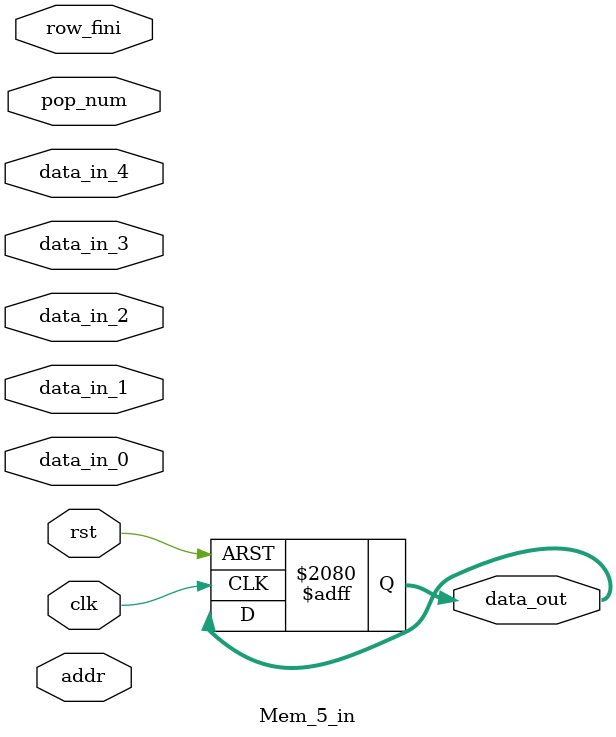
<source format=v>
module Mem_5_in(data_out, addr, clk, rst, pop_num, row_fini,
                data_in_0,  data_in_1,  data_in_2,  data_in_3,  data_in_4 
                );

parameter WORD_WIDTH = 16;
parameter ADDR_WIDTH = 3;
parameter RAM_DEPTH  = (1 << ADDR_WIDTH);

parameter FILENAME = "C:/Users/Administrator/Desktop/DNN/Vcode/mem.dat";


input  [ADDR_WIDTH - 1 : 0]addr;
input  [WORD_WIDTH - 1 : 0]data_in_0;
input  [WORD_WIDTH - 1 : 0]data_in_1;
input  [WORD_WIDTH - 1 : 0]data_in_2;
input  [WORD_WIDTH - 1 : 0]data_in_3;
input  [WORD_WIDTH - 1 : 0]data_in_4;
input clk, rst;
input [2:0]pop_num;
input row_fini;

output [WORD_WIDTH - 1 : 0]data_out;

reg [WORD_WIDTH -1 : 0]data_out;

// reg [1:0]cnt;
reg [WORD_WIDTH -1:0] mem [0 : RAM_DEPTH - 1];

// initial begin
//     $readmemb(FILENAME, mem);
// end


always @(posedge clk or posedge rst) begin
    if (rst) begin
        data_out <= 0;
        // pop_num  <= 0;  
        // addr     <= 0;    
    end
    else if (pop_num == 3'b1) begin
        mem[addr] <= data_in_4; 
    end
    else if (pop_num == 3'd2) begin
        mem[addr] <= data_in_4;
        mem[addr + 3'd1] <= data_in_3;
    end
    else if (pop_num == 3'd3) begin
        mem[addr] <= data_in_4;
        mem[addr + 3'd1] <= data_in_3;
        mem[addr + 3'd2] <= data_in_2;
    end
    else if (pop_num == 3'd4) begin
        mem[addr] <= data_in_4;
        mem[addr + 3'd1] <= data_in_3;
        mem[addr + 3'd2] <= data_in_2;
        mem[addr + 3'd3] <= data_in_1;
    end
    else if (pop_num >= 3'd5) begin
        mem[addr] <= data_in_4;
        mem[addr + 3'd1] <= data_in_3;
        mem[addr + 3'd2] <= data_in_2;
        mem[addr + 3'd3] <= data_in_1;
        mem[addr + 3'd4] <= data_in_0;
    end
    // addr <= addr + pop_num;
end

always @(posedge row_fini)begin
    mem[addr] <= data_in_4;
    mem[addr + 3'd1] <= data_in_3;
    mem[addr + 3'd2] <= data_in_2;
    mem[addr + 3'd3] <= data_in_1;
    mem[addr + 3'd4] <= data_in_0;
end

endmodule



</source>
